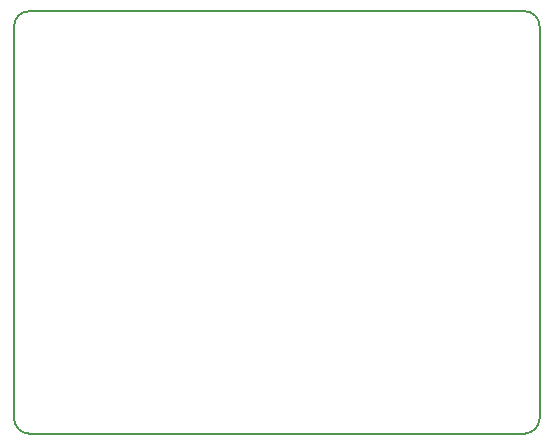
<source format=gm1>
G04 #@! TF.GenerationSoftware,KiCad,Pcbnew,5.0.2-bee76a0~70~ubuntu16.04.1*
G04 #@! TF.CreationDate,2019-02-17T17:32:44+01:00*
G04 #@! TF.ProjectId,OpenA1200RTC,4f70656e-4131-4323-9030-5254432e6b69,1.0*
G04 #@! TF.SameCoordinates,Original*
G04 #@! TF.FileFunction,Profile,NP*
%FSLAX46Y46*%
G04 Gerber Fmt 4.6, Leading zero omitted, Abs format (unit mm)*
G04 Created by KiCad (PCBNEW 5.0.2-bee76a0~70~ubuntu16.04.1) date dom 17 feb 2019 17:32:44 CET*
%MOMM*%
%LPD*%
G01*
G04 APERTURE LIST*
%ADD10C,0.150000*%
G04 APERTURE END LIST*
D10*
X168421400Y-73304400D02*
G75*
G02X169691400Y-74574400I0J-1270000D01*
G01*
X169691400Y-107788400D02*
G75*
G02X168421400Y-109058400I-1270000J0D01*
G01*
X126474400Y-109058400D02*
G75*
G02X125204400Y-107788400I0J1270000D01*
G01*
X125204400Y-74574400D02*
G75*
G02X126474400Y-73304400I1270000J0D01*
G01*
X125204400Y-74574400D02*
X125204400Y-107784400D01*
X126464400Y-109058400D02*
X168431400Y-109058400D01*
X126464400Y-73304400D02*
X168431400Y-73304400D01*
X169691400Y-74574400D02*
X169691400Y-107784400D01*
M02*

</source>
